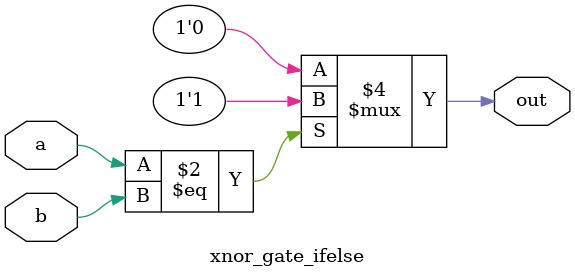
<source format=v>


// NOT Gate
//module not_gate_ifelse(input a, output reg out);
//always @ * begin
//    if (a==1)
//        out = 0;
//    else
//        out = 1;
//end
//endmodule

// NAND Gate
//module nand_gate_ifelse(input a, b, output reg out);
//always @ *  begin
//    if (a==1 && b==1)
//        out = 0;
//    else
//        out = 1;
//end
//endmodule

// NOR Gate
//module nor_gate_ifelse(input a, b, output reg out);
//always @(*) begin
//    if (a==0 && b==0)
//        out = 1;
//    else
//        out = 0;
//end
//endmodule

// XOR Gate
//module xor_gate_ifelse(input a, b, output reg out);
//always @ * begin
//    if (a==b)  
//        out = 0;
//    else        
//        out = 1;
//end
//endmodule

// XNOR Gate
module xnor_gate_ifelse(input a, b, output reg out);
always @(*) begin
    if (a==b)  
        out = 1;
    else        
        out = 0;
end
endmodule

</source>
